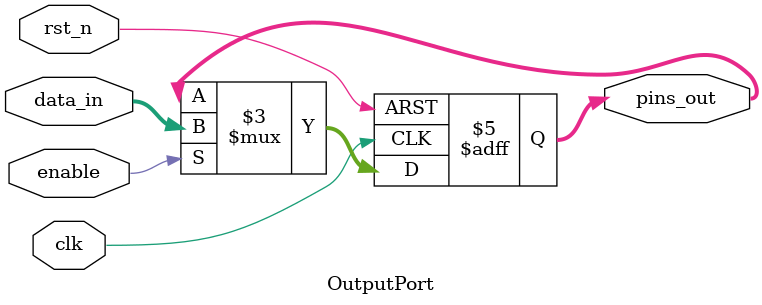
<source format=v>

module OutputPort (
    input wire        clk,
    input wire        rst_n,
    input wire        enable,         // Write enable (IOW)
    input wire [7:0]  data_in,        // Data from bus
    output reg [7:0]  pins_out        // Physical output pins
);

    always @(posedge clk or negedge rst_n) begin
        if (!rst_n) begin
            pins_out <= 8'h00;
        end else if (enable) begin
            pins_out <= data_in;
            $display("T=%t [OUTPUT_PORT] Write: 0x%h", $time, data_in);
        end
    end

endmodule

</source>
